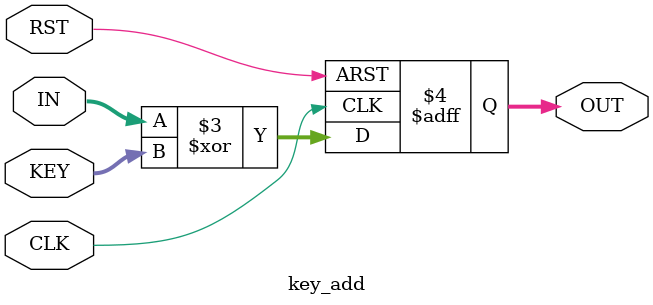
<source format=v>

module key_add #(parameter BLOCK_LENGTH = 128)
(
	input wire 						CLK,
	input wire 						RST,
    input wire  [BLOCK_LENGTH-1:0] 	IN,
    input wire  [BLOCK_LENGTH-1:0] 	KEY,
    output reg  [BLOCK_LENGTH-1:0] 	OUT
);

always @(posedge CLK or negedge RST)
begin 
 if(!RST)
	OUT <= 128'b0; 
 else 				// if(En)
	OUT <= IN ^ KEY;
end 


endmodule
</source>
